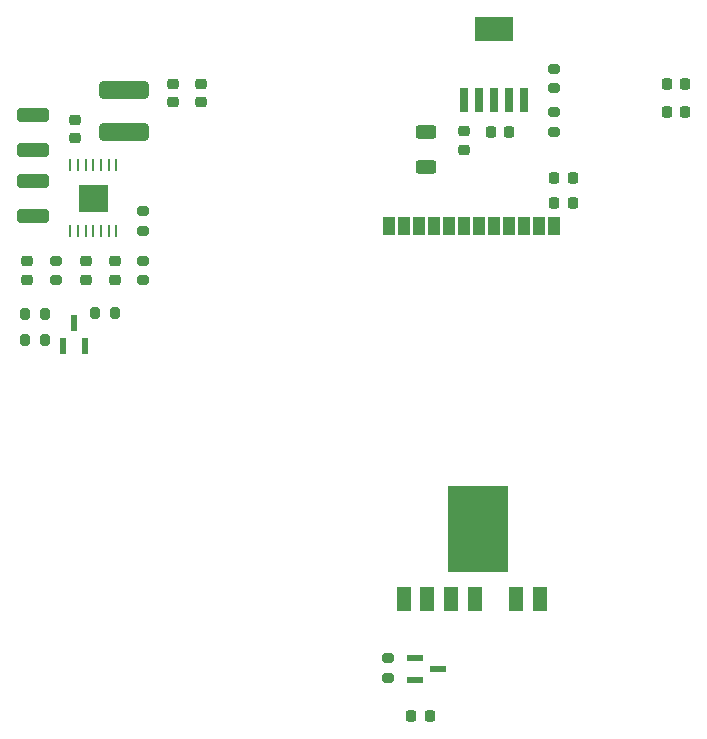
<source format=gtp>
%TF.GenerationSoftware,KiCad,Pcbnew,7.0.2-0*%
%TF.CreationDate,2023-12-02T21:38:18-08:00*%
%TF.ProjectId,RPi_interface,5250695f-696e-4746-9572-666163652e6b,1.0*%
%TF.SameCoordinates,Original*%
%TF.FileFunction,Paste,Top*%
%TF.FilePolarity,Positive*%
%FSLAX46Y46*%
G04 Gerber Fmt 4.6, Leading zero omitted, Abs format (unit mm)*
G04 Created by KiCad (PCBNEW 7.0.2-0) date 2023-12-02 21:38:18*
%MOMM*%
%LPD*%
G01*
G04 APERTURE LIST*
G04 Aperture macros list*
%AMRoundRect*
0 Rectangle with rounded corners*
0 $1 Rounding radius*
0 $2 $3 $4 $5 $6 $7 $8 $9 X,Y pos of 4 corners*
0 Add a 4 corners polygon primitive as box body*
4,1,4,$2,$3,$4,$5,$6,$7,$8,$9,$2,$3,0*
0 Add four circle primitives for the rounded corners*
1,1,$1+$1,$2,$3*
1,1,$1+$1,$4,$5*
1,1,$1+$1,$6,$7*
1,1,$1+$1,$8,$9*
0 Add four rect primitives between the rounded corners*
20,1,$1+$1,$2,$3,$4,$5,0*
20,1,$1+$1,$4,$5,$6,$7,0*
20,1,$1+$1,$6,$7,$8,$9,0*
20,1,$1+$1,$8,$9,$2,$3,0*%
G04 Aperture macros list end*
%ADD10R,5.100000X7.300000*%
%ADD11R,1.300000X2.000000*%
%ADD12R,0.975000X1.500000*%
%ADD13RoundRect,0.200000X0.275000X-0.200000X0.275000X0.200000X-0.275000X0.200000X-0.275000X-0.200000X0*%
%ADD14R,1.320800X0.558800*%
%ADD15RoundRect,0.225000X-0.225000X-0.250000X0.225000X-0.250000X0.225000X0.250000X-0.225000X0.250000X0*%
%ADD16R,3.200000X2.000000*%
%ADD17R,0.650000X2.000000*%
%ADD18RoundRect,0.250000X-1.100000X0.325000X-1.100000X-0.325000X1.100000X-0.325000X1.100000X0.325000X0*%
%ADD19RoundRect,0.333000X1.767000X-0.417000X1.767000X0.417000X-1.767000X0.417000X-1.767000X-0.417000X0*%
%ADD20RoundRect,0.218750X-0.218750X-0.256250X0.218750X-0.256250X0.218750X0.256250X-0.218750X0.256250X0*%
%ADD21RoundRect,0.200000X0.200000X0.275000X-0.200000X0.275000X-0.200000X-0.275000X0.200000X-0.275000X0*%
%ADD22RoundRect,0.200000X-0.200000X-0.275000X0.200000X-0.275000X0.200000X0.275000X-0.200000X0.275000X0*%
%ADD23R,0.213360X1.120140*%
%ADD24R,1.722000X1.617000*%
%ADD25RoundRect,0.225000X0.250000X-0.225000X0.250000X0.225000X-0.250000X0.225000X-0.250000X-0.225000X0*%
%ADD26RoundRect,0.250000X1.100000X-0.325000X1.100000X0.325000X-1.100000X0.325000X-1.100000X-0.325000X0*%
%ADD27RoundRect,0.225000X-0.250000X0.225000X-0.250000X-0.225000X0.250000X-0.225000X0.250000X0.225000X0*%
%ADD28RoundRect,0.250000X-0.625000X0.312500X-0.625000X-0.312500X0.625000X-0.312500X0.625000X0.312500X0*%
%ADD29R,0.558800X1.320800*%
%ADD30RoundRect,0.200000X-0.275000X0.200000X-0.275000X-0.200000X0.275000X-0.200000X0.275000X0.200000X0*%
G04 APERTURE END LIST*
%TO.C,U1*%
G36*
X108257330Y-66229600D02*
G01*
X105797330Y-66229600D01*
X105797330Y-63919600D01*
X108257330Y-63919600D01*
X108257330Y-66229600D01*
G37*
%TD*%
D10*
%TO.C,U2*%
X139560000Y-93100000D03*
D11*
X144830000Y-99000000D03*
X142830000Y-99000000D03*
X139310000Y-99000000D03*
X137310000Y-99000000D03*
X135310000Y-99000000D03*
X133310000Y-99000000D03*
D12*
X132090000Y-67460000D03*
X133360000Y-67460000D03*
X134630000Y-67460000D03*
X135900000Y-67460000D03*
X137170000Y-67460000D03*
X138440000Y-67460000D03*
X139710000Y-67460000D03*
X140980000Y-67460000D03*
X142250000Y-67460000D03*
X143520000Y-67460000D03*
X144790000Y-67460000D03*
X146060000Y-67460000D03*
%TD*%
D13*
%TO.C,R6*%
X146050000Y-57800000D03*
X146050000Y-59450000D03*
%TD*%
D14*
%TO.C,Q2*%
X136177300Y-104950000D03*
X134297700Y-105902500D03*
X134297700Y-103997500D03*
%TD*%
D15*
%TO.C,C12*%
X155575000Y-55400000D03*
X157125000Y-55400000D03*
%TD*%
D13*
%TO.C,R7*%
X146050000Y-54125000D03*
X146050000Y-55775000D03*
%TD*%
D15*
%TO.C,C8*%
X140675000Y-59450000D03*
X142225000Y-59450000D03*
%TD*%
D16*
%TO.C,U3*%
X140950000Y-50750000D03*
D17*
X143490000Y-56750000D03*
X142220000Y-56750000D03*
X140950000Y-56750000D03*
X139680000Y-56750000D03*
X138410000Y-56750000D03*
%TD*%
D18*
%TO.C,C3*%
X101900000Y-63625000D03*
X101900000Y-66575000D03*
%TD*%
D19*
%TO.C,L1*%
X109600000Y-59500000D03*
X109600000Y-55900000D03*
%TD*%
D20*
%TO.C,D1*%
X135500000Y-108900000D03*
X133925000Y-108900000D03*
%TD*%
D21*
%TO.C,R4*%
X108825000Y-74787500D03*
X107175000Y-74787500D03*
%TD*%
D15*
%TO.C,C10*%
X147600000Y-65500000D03*
X146050000Y-65500000D03*
%TD*%
D22*
%TO.C,R8*%
X101275000Y-74875000D03*
X102925000Y-74875000D03*
%TD*%
D23*
%TO.C,U1*%
X105077296Y-67843200D03*
X105727309Y-67843200D03*
X106377318Y-67843200D03*
X107027330Y-67843200D03*
X107677342Y-67843200D03*
X108327351Y-67843200D03*
X108977364Y-67843200D03*
X108977364Y-62306000D03*
X108327351Y-62306000D03*
X107677342Y-62306000D03*
X107027330Y-62306000D03*
X106377318Y-62306000D03*
X105727309Y-62306000D03*
X105077296Y-62306000D03*
D24*
X107027330Y-65074600D03*
%TD*%
D25*
%TO.C,C2*%
X116100000Y-56975000D03*
X116100000Y-55425000D03*
%TD*%
D26*
%TO.C,C4*%
X101900000Y-61025000D03*
X101900000Y-58075000D03*
%TD*%
D27*
%TO.C,C5*%
X105500000Y-58425000D03*
X105500000Y-59975000D03*
%TD*%
D28*
%TO.C,R1*%
X135150000Y-59512500D03*
X135150000Y-62437500D03*
%TD*%
D27*
%TO.C,C7*%
X106400000Y-70412500D03*
X106400000Y-71962500D03*
%TD*%
%TO.C,C6*%
X108825000Y-70412500D03*
X108825000Y-71962500D03*
%TD*%
D29*
%TO.C,Q1*%
X104447500Y-77564800D03*
X106352500Y-77564800D03*
X105400000Y-75685200D03*
%TD*%
D25*
%TO.C,C14*%
X138400000Y-59425000D03*
X138400000Y-60975000D03*
%TD*%
D22*
%TO.C,R9*%
X101250000Y-77100000D03*
X102900000Y-77100000D03*
%TD*%
D13*
%TO.C,R10*%
X132012500Y-104050000D03*
X132012500Y-105700000D03*
%TD*%
D27*
%TO.C,C11*%
X101400000Y-70412500D03*
X101400000Y-71962500D03*
%TD*%
D25*
%TO.C,C1*%
X113760000Y-56975000D03*
X113760000Y-55425000D03*
%TD*%
D15*
%TO.C,C9*%
X147600000Y-63400000D03*
X146050000Y-63400000D03*
%TD*%
D13*
%TO.C,R3*%
X103900000Y-72012500D03*
X103900000Y-70362500D03*
%TD*%
D15*
%TO.C,C13*%
X155575000Y-57750000D03*
X157125000Y-57750000D03*
%TD*%
D30*
%TO.C,R2*%
X111200000Y-66175000D03*
X111200000Y-67825000D03*
%TD*%
%TO.C,R5*%
X111200000Y-70362500D03*
X111200000Y-72012500D03*
%TD*%
M02*

</source>
